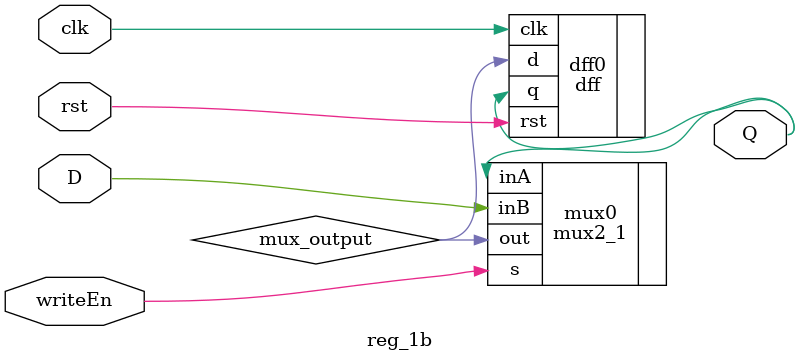
<source format=v>
module reg_1b(Q, D, clk, rst, writeEn); 

parameter N = 1;
input clk, rst, writeEn; 
input D;
output Q;


wire mux_output;

// Instantiate 16 muxes
mux2_1 mux0(.out(mux_output), .inA(Q), .inB(D), .s(writeEn));

// Instantiate 16 D flip-flops
dff dff0(.q(Q), .d(mux_output), .clk(clk), .rst(rst));


endmodule
</source>
